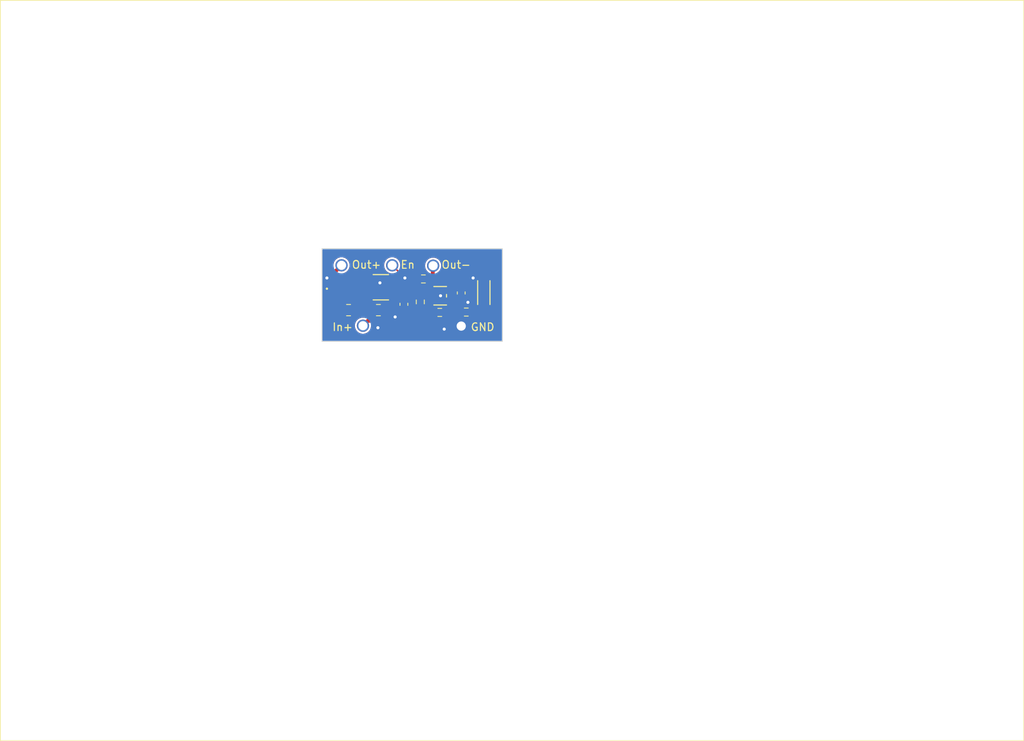
<source format=kicad_pcb>
(kicad_pcb (version 20221018) (generator pcbnew)
  (layers (0 "F.Cu" signal) (31 "B.Cu" signal) (34 "B.Paste" user) (35 "F.Paste" user) (36 "B.SilkS" user "B.Silkscreen") (37 "F.SilkS" user "F.Silkscreen") (38 "B.Mask" user) (39 "F.Mask" user) (44 "Edge.Cuts" user))
  (net 0 "")
  (net 1 "Net-(D1-Conn)")
  (net 2 "Net-(U2-V+)")
  (net 3 "Net-(D5-Conn)")
  (net 4 "Net-(U2-IN-)")
  (net 5 "Net-(D2-Conn)")
  (net 6 "Net-(D3-Conn)")
  (net 7 "Net-(U1-CB)")
  (net 8 "Net-(U1-SW)")
  (net 9 "Net-(D4-Conn)")
  (net 10 "Net-(U1-FB)")
  (footprint "ul_TLV9061IDCKR:DCK5_TEX" (layer "F.Cu") (at 120.8043 91.854251)
    (fp_text reference "U2" hide)
    (fp_text value "TLV9061IDCKR" hide)
    (fp_line (start -0.8255 1.2065) (end 0.8255 1.2065) (stroke (width 0.1524)) (layer "F.SilkS"))
    (fp_line (start 0.8255 -1.2065) (end -0.8255 -1.2065) (stroke (width 0.1524)) (layer "F.SilkS"))
    (fp_line (start 0.8255 0.164859) (end 0.8255 -0.164859) (stroke (width 0.1524)) (layer "F.SilkS"))
    (pad "1" smd rect (at -0.9652 -0.649999) (size 1.1684 0.3048) (layers "F.Cu" "F.Paste" "F.Mask") (net 3 "Net-(D5-Conn)"))
    (pad "2" smd rect (at -0.9652 0) (size 1.1684 0.3048) (layers "F.Cu" "F.Paste" "F.Mask") (net 1 "Net-(D1-Conn)"))
    (pad "3" smd rect (at -0.9652 0.649999) (size 1.1684 0.3048) (layers "F.Cu" "F.Paste" "F.Mask") (net 4 "Net-(U2-IN-)"))
    (pad "4" smd rect (at 0.9652 0.649999) (size 1.1684 0.3048) (layers "F.Cu" "F.Paste" "F.Mask") (net 10 "Net-(U1-FB)"))
    (pad "5" smd rect (at 0.9652 -0.649999) (size 1.1684 0.3048) (layers "F.Cu" "F.Paste" "F.Mask") (net 2 "Net-(U2-V+)"))
  )
  (footprint "Wire_holes:WireHole_1p2" (layer "F.Cu") (at 107.95 87.884)
    (fp_text reference "D4" hide)
    (fp_text value "WireHole_1p5" hide)
    (pad "1" thru_hole circle (at 0 0) (size 1.6 1.6) (drill 1.2) (layers "*.Cu" "*.Mask") (net 9 "Net-(D4-Conn)"))
  )
  (footprint "Wire_holes:WireHole_1p2" (layer "F.Cu") (at 123.5475 95.80625)
    (fp_text reference "D1" hide)
    (fp_text value "WireHole_1p5" hide)
    (pad "1" thru_hole circle (at 0 0) (size 1.6 1.6) (drill 1.2) (layers "*.Cu" "*.Mask") (net 1 "Net-(D1-Conn)"))
  )
  (footprint "Wire_holes:WireHole_1p2" (layer "F.Cu") (at 119.888 87.93225)
    (fp_text reference "D5" hide)
    (fp_text value "WireHole_1p5" hide)
    (pad "1" thru_hole circle (at 0 0) (size 1.6 1.6) (drill 1.2) (layers "*.Cu" "*.Mask") (net 3 "Net-(D5-Conn)"))
  )
  (footprint "Capacitor_SMD:C_0805_2012Metric_Pad1.18x1.45mm_HandSolder" (layer "F.Cu") (at 112.7545 93.726)
    (fp_text reference "C1" hide)
    (fp_text value "C" hide)
    (fp_line (start -0.261252 -0.735) (end 0.261252 -0.735) (stroke (width 0.12)) (layer "F.SilkS"))
    (fp_line (start -0.261252 0.735) (end 0.261252 0.735) (stroke (width 0.12)) (layer "F.SilkS"))
    (pad "1" smd roundrect (at -1.0375 0) (size 1.175 1.45) (layers "F.Cu" "F.Paste" "F.Mask") (roundrect_rratio 0.2127659574) (net 5 "Net-(D2-Conn)"))
    (pad "2" smd roundrect (at 1.0375 0) (size 1.175 1.45) (layers "F.Cu" "F.Paste" "F.Mask") (roundrect_rratio 0.2127659574) (net 1 "Net-(D1-Conn)"))
  )
  (footprint "Capacitor_SMD:C_0603_1608Metric_Pad1.08x0.95mm_HandSolder" (layer "F.Cu") (at 123.5475 91.48825 -90)
    (fp_text reference "C4" hide)
    (fp_text value "C" hide)
    (fp_line (start -0.146267 -0.51) (end 0.146267 -0.51) (stroke (width 0.12)) (layer "F.SilkS"))
    (fp_line (start -0.146267 0.51) (end 0.146267 0.51) (stroke (width 0.12)) (layer "F.SilkS"))
    (pad "1" smd roundrect (at -0.8625 0 270) (size 1.075 0.95) (layers "F.Cu" "F.Paste" "F.Mask") (net 2 "Net-(U2-V+)"))
    (pad "2" smd roundrect (at 0.8625 0 270) (size 1.075 0.95) (layers "F.Cu" "F.Paste" "F.Mask") (net 1 "Net-(D1-Conn)"))
  )
  (footprint "Capacitor_SMD:C_0805_2012Metric_Pad1.18x1.45mm_HandSolder" (layer "F.Cu") (at 108.8655 93.726)
    (fp_text reference "C3" hide)
    (fp_text value "C" hide)
    (fp_line (start -0.261252 -0.735) (end 0.261252 -0.735) (stroke (width 0.12)) (layer "F.SilkS"))
    (fp_line (start -0.261252 0.735) (end 0.261252 0.735) (stroke (width 0.12)) (layer "F.SilkS"))
    (pad "1" smd roundrect (at -1.0375 0) (size 1.175 1.45) (layers "F.Cu" "F.Paste" "F.Mask") (roundrect_rratio 0.2127659574) (net 9 "Net-(D4-Conn)"))
    (pad "2" smd roundrect (at 1.0375 0) (size 1.175 1.45) (layers "F.Cu" "F.Paste" "F.Mask") (roundrect_rratio 0.2127659574) (net 1 "Net-(D1-Conn)"))
  )
  (footprint "Capacitor_SMD:C_0603_1608Metric_Pad1.08x0.95mm_HandSolder" (layer "F.Cu") (at 116.078 92.964 -90)
    (fp_text reference "C2" hide)
    (fp_text value "C" hide)
    (fp_line (start -0.146267 -0.51) (end 0.146267 -0.51) (stroke (width 0.12)) (layer "F.SilkS"))
    (fp_line (start -0.146267 0.51) (end 0.146267 0.51) (stroke (width 0.12)) (layer "F.SilkS"))
    (pad "1" smd roundrect (at -0.8625 0 270) (size 1.075 0.95) (layers "F.Cu" "F.Paste" "F.Mask") (net 7 "Net-(U1-CB)"))
    (pad "2" smd roundrect (at 0.8625 0 270) (size 1.075 0.95) (layers "F.Cu" "F.Paste" "F.Mask") (net 8 "Net-(U1-SW)"))
  )
  (footprint "MMSZ5228B:SOD123_DIO" (layer "F.Cu") (at 126.492 91.44 -90)
    (fp_text reference "CR1" hide)
    (fp_text value "MMSZ5228B-7-F" hide)
    (fp_line (start -1.552 0.802) (end 1.552 0.802) (stroke (width 0.1524)) (layer "F.SilkS"))
    (fp_line (start 1.552 -0.802) (end -1.552 -0.802) (stroke (width 0.1524)) (layer "F.SilkS"))
    (pad "1" smd rect (at -1.725 0 270) (size 1.1112 0.6008) (layers "F.Cu" "F.Paste" "F.Mask") (net 2 "Net-(U2-V+)"))
    (pad "2" smd rect (at 1.725 0 270) (size 1.1112 0.6008) (layers "F.Cu" "F.Paste" "F.Mask") (net 1 "Net-(D1-Conn)"))
  )
  (footprint "Wire_holes:WireHole_1p2" (layer "F.Cu") (at 110.744 95.758)
    (fp_text reference "D2" hide)
    (fp_text value "WireHole_1p5" hide)
    (pad "1" thru_hole circle (at 0 0) (size 1.6 1.6) (drill 1.2) (layers "*.Cu" "*.Mask") (net 5 "Net-(D2-Conn)"))
  )
  (footprint "Resistor_SMD:R_0603_1608Metric_Pad0.98x0.95mm_HandSolder" (layer "F.Cu") (at 118.618 89.662 180)
    (fp_text reference "R1" hide)
    (fp_text value "R" hide)
    (fp_line (start -0.254724 -0.5225) (end 0.254724 -0.5225) (stroke (width 0.12)) (layer "F.SilkS"))
    (fp_line (start -0.254724 0.5225) (end 0.254724 0.5225) (stroke (width 0.12)) (layer "F.SilkS"))
    (pad "1" smd roundrect (at -0.9125 0 180) (size 0.975 0.95) (layers "F.Cu" "F.Paste" "F.Mask") (net 3 "Net-(D5-Conn)"))
    (pad "2" smd roundrect (at 0.9125 0 180) (size 0.975 0.95) (layers "F.Cu" "F.Paste" "F.Mask") (net 1 "Net-(D1-Conn)"))
  )
  (footprint "Resistor_SMD:R_0603_1608Metric_Pad0.98x0.95mm_HandSolder" (layer "F.Cu") (at 124.206 93.98 180)
    (fp_text reference "R4" hide)
    (fp_text value "R" hide)
    (fp_line (start -0.254724 -0.5225) (end 0.254724 -0.5225) (stroke (width 0.12)) (layer "F.SilkS"))
    (fp_line (start -0.254724 0.5225) (end 0.254724 0.5225) (stroke (width 0.12)) (layer "F.SilkS"))
    (pad "1" smd roundrect (at -0.9125 0 180) (size 0.975 0.95) (layers "F.Cu" "F.Paste" "F.Mask") (net 2 "Net-(U2-V+)"))
    (pad "2" smd roundrect (at 0.9125 0 180) (size 0.975 0.95) (layers "F.Cu" "F.Paste" "F.Mask") (net 5 "Net-(D2-Conn)"))
  )
  (footprint "Wire_holes:WireHole_1p2" (layer "F.Cu") (at 114.554 87.884)
    (fp_text reference "D3" hide)
    (fp_text value "WireHole_1p5" hide)
    (pad "1" thru_hole circle (at 0 0) (size 1.6 1.6) (drill 1.2) (layers "*.Cu" "*.Mask") (net 6 "Net-(D3-Conn)"))
  )
  (footprint "Resistor_SMD:R_0603_1608Metric_Pad0.98x0.95mm_HandSolder" (layer "F.Cu") (at 120.7535 94.02825)
    (fp_text reference "R2" hide)
    (fp_text value "R" hide)
    (fp_line (start -0.254724 -0.5225) (end 0.254724 -0.5225) (stroke (width 0.12)) (layer "F.SilkS"))
    (fp_line (start -0.254724 0.5225) (end 0.254724 0.5225) (stroke (width 0.12)) (layer "F.SilkS"))
    (pad "1" smd roundrect (at -0.9125 0) (size 0.975 0.95) (layers "F.Cu" "F.Paste" "F.Mask") (net 4 "Net-(U2-IN-)"))
    (pad "2" smd roundrect (at 0.9125 0) (size 0.975 0.95) (layers "F.Cu" "F.Paste" "F.Mask") (net 10 "Net-(U1-FB)"))
  )
  (footprint "Resistor_SMD:R_0603_1608Metric_Pad0.98x0.95mm_HandSolder" (layer "F.Cu") (at 118.2135 92.65475 -90)
    (fp_text reference "R3" hide)
    (fp_text value "R" hide)
    (fp_line (start -0.254724 -0.5225) (end 0.254724 -0.5225) (stroke (width 0.12)) (layer "F.SilkS"))
    (fp_line (start -0.254724 0.5225) (end 0.254724 0.5225) (stroke (width 0.12)) (layer "F.SilkS"))
    (pad "1" smd roundrect (at -0.9125 0 270) (size 0.975 0.95) (layers "F.Cu" "F.Paste" "F.Mask") (net 1 "Net-(D1-Conn)"))
    (pad "2" smd roundrect (at 0.9125 0 270) (size 0.975 0.95) (layers "F.Cu" "F.Paste" "F.Mask") (net 4 "Net-(U2-IN-)"))
  )
  (footprint "ul_VLS3012HBX-3R3M:IND_VLS3012HBX-3R3M_TDK" (layer "F.Cu") (at 108.8655 90.932)
    (fp_text reference "L1" hide)
    (fp_text value "VLS3012HBX-3R3M" hide)
    (fp_circle (center -2.8194 0) (end -2.7432 0) (stroke (width 0.1524)) (fill none) (layer "F.SilkS"))
    (pad "1" smd rect (at -0.9271 0 90) (size 3.0988 1.5494) (layers "F.Cu" "F.Paste" "F.Mask") (net 9 "Net-(D4-Conn)"))
    (pad "2" smd rect (at 0.9271 0 90) (size 3.0988 1.5494) (layers "F.Cu" "F.Paste" "F.Mask") (net 8 "Net-(U1-SW)"))
    (zone (net 0) (net_name "") (layer "F.Cu") (connect_pads (clearance 0)) (min_thickness 0.254)
      (keepout (tracks not_allowed) (vias not_allowed) (pads allowed) (copperpour not_allowed) (footprints allowed))
      (fill (thermal_gap 0.508) (thermal_bridge_width 0.508))
      (polygon (pts (xy 107.3669 89.4334) (xy 110.3641 89.4334) (xy 110.3641 89.3318) (xy 107.3669 89.3318)))
    )
    (zone (net 0) (net_name "") (layer "F.Cu") (connect_pads (clearance 0)) (min_thickness 0.254)
      (keepout (tracks not_allowed) (vias not_allowed) (pads allowed) (copperpour not_allowed) (footprints allowed))
      (fill (thermal_gap 0.508) (thermal_bridge_width 0.508))
      (polygon (pts (xy 107.3669 92.5322) (xy 110.3641 92.5322) (xy 110.3641 92.4306) (xy 107.3669 92.4306)))
    )
    (zone (net 0) (net_name "") (layer "F.Cu") (connect_pads (clearance 0)) (min_thickness 0.254)
      (keepout (tracks not_allowed) (vias not_allowed) (pads allowed) (copperpour not_allowed) (footprints allowed))
      (fill (thermal_gap 0.508) (thermal_bridge_width 0.508))
      (polygon (pts (xy 108.7639 89.3318) (xy 108.9671 89.3318) (xy 108.9671 92.5322) (xy 108.7639 92.5322)))
    )
  )
  (footprint "ul_LMR51420XDDCR:SOT23_DDC_TEX" (layer "F.Cu") (at 113.07555 90.743999)
    (fp_text reference "U1" hide)
    (fp_text value "LMR51420XDDCR" hide)
    (fp_line (start -1.0033 1.651) (end 1.0033 1.651) (stroke (width 0.1524)) (layer "F.SilkS"))
    (fp_line (start 1.0033 -1.651) (end -1.0033 -1.651) (stroke (width 0.1524)) (layer "F.SilkS"))
    (pad "1" smd rect (at -1.37795 -0.950001) (size 1.0033 0.5588) (layers "F.Cu" "F.Paste" "F.Mask") (net 1 "Net-(D1-Conn)"))
    (pad "2" smd rect (at -1.37795 0) (size 1.0033 0.5588) (layers "F.Cu" "F.Paste" "F.Mask") (net 8 "Net-(U1-SW)"))
    (pad "3" smd rect (at -1.37795 0.950001) (size 1.0033 0.5588) (layers "F.Cu" "F.Paste" "F.Mask") (net 5 "Net-(D2-Conn)"))
    (pad "4" smd rect (at 1.37795 0.950001) (size 1.0033 0.5588) (layers "F.Cu" "F.Paste" "F.Mask") (net 10 "Net-(U1-FB)"))
    (pad "5" smd rect (at 1.37795 0) (size 1.0033 0.5588) (layers "F.Cu" "F.Paste" "F.Mask") (net 6 "Net-(D3-Conn)"))
    (pad "6" smd rect (at 1.37795 -0.950001) (size 1.0033 0.5588) (layers "F.Cu" "F.Paste" "F.Mask") (net 7 "Net-(U1-CB)"))
  )
  (gr_line (start 63.5 53.34) (end 196.85 53.34) (stroke (width 0.1)) (layer "F.SilkS"))
  (gr_line (start 196.85 149.86) (end 63.5 149.86) (stroke (width 0.1)) (layer "F.SilkS"))
  (gr_line (start 196.85 53.34) (end 196.85 149.86) (stroke (width 0.1)) (layer "F.SilkS"))
  (gr_line (start 63.5 149.86) (end 63.5 53.34) (stroke (width 0.1)) (layer "F.SilkS"))
  (gr_line (start 105.41 97.79) (end 105.41 85.725) (stroke (width 0.1)) (layer "Edge.Cuts"))
  (gr_line (start 128.905 97.79) (end 105.41 97.79) (stroke (width 0.1)) (layer "Edge.Cuts"))
  (gr_line (start 105.41 85.725) (end 128.905 85.725) (stroke (width 0.1)) (layer "Edge.Cuts"))
  (gr_line (start 128.905 85.725) (end 128.905 97.79) (stroke (width 0.1)) (layer "Edge.Cuts"))
  (gr_text "LMR51420" (at 113.03 97.155) (layer "F.Cu") (effects (font (size 1 1)) (justify left bottom)))
  (gr_text "In+" (at 106.68 96.52) (layer "F.SilkS") (effects (font (size 1 1)) (justify left bottom)))
  (gr_text "En\n" (at 115.57 88.392) (layer "F.SilkS") (effects (font (size 1 1)) (justify left bottom)))
  (gr_text "GND" (at 124.714 96.52) (layer "F.SilkS") (effects (font (size 1 1)) (justify left bottom)))
  (gr_text "Out-" (at 120.904 88.392) (layer "F.SilkS") (effects (font (size 1 1)) (justify left bottom)))
  (gr_text "Out+" (at 109.22 88.392) (layer "F.SilkS") (effects (font (size 1 1)) (justify left bottom)))
  (via (at 125.095 89.535) (size 0.8) (drill 0.4) (layers "F.Cu" "B.Cu") (net 1))
  (via (at 121.330883 96.2035) (size 0.8) (drill 0.4) (layers "F.Cu" "B.Cu") (net 1))
  (via (at 112.952376 90.170674) (size 0.8) (drill 0.4) (layers "F.Cu" "B.Cu") (net 1))
  (via (at 114.935 94.615) (size 0.8) (drill 0.4) (layers "F.Cu" "B.Cu") (net 1))
  (via (at 112.688679 96.02118) (size 0.8) (drill 0.4) (layers "F.Cu" "B.Cu") (net 1))
  (via (at 106.045 89.535) (size 0.8) (drill 0.4) (layers "F.Cu" "B.Cu") (net 1))
  (via (at 124.419 92.71) (size 0.8) (drill 0.4) (layers "F.Cu" "B.Cu") (net 1))
  (via (at 120.851364 91.853966) (size 0.8) (drill 0.4) (layers "F.Cu" "B.Cu") (net 1))
  (via (at 116.205 89.535) (size 0.8) (drill 0.4) (layers "F.Cu" "B.Cu") (net 1))
  (segment (start 123.5475 90.62575) (end 123.648 90.52525) (width 0.25) (layer "F.Cu") (net 2))
  (segment (start 121.666 90.72625) (end 121.666 91.100752) (width 0.25) (layer "F.Cu") (net 2))
  (segment (start 123.648 90.52525) (end 124.968 90.52525) (width 0.25) (layer "F.Cu") (net 2))
  (segment (start 121.666 91.100752) (end 121.7695 91.204252) (width 0.25) (layer "F.Cu") (net 2))
  (segment (start 124.968 90.52525) (end 125.68175 90.52525) (width 0.25) (layer "F.Cu") (net 2))
  (segment (start 125.1185 93.98) (end 125.1185 90.67575) (width 0.2) (layer "F.Cu") (net 2))
  (segment (start 125.1185 90.67575) (end 124.968 90.52525) (width 0.2) (layer "F.Cu") (net 2))
  (segment (start 125.68175 90.52525) (end 126.492 89.715) (width 0.25) (layer "F.Cu") (net 2))
  (segment (start 121.7665 90.62575) (end 121.666 90.72625) (width 0.25) (layer "F.Cu") (net 2))
  (segment (start 123.5475 90.62575) (end 121.7665 90.62575) (width 0.25) (layer "F.Cu") (net 2))
  (segment (start 119.8391 87.98115) (end 119.888 87.93225) (width 0.5) (layer "F.Cu") (net 3))
  (segment (start 119.8391 91.204252) (end 119.8391 87.98115) (width 0.5) (layer "F.Cu") (net 3))
  (segment (start 119.841 94.02825) (end 117.9595 94.02825) (width 0.25) (layer "F.Cu") (net 4))
  (segment (start 119.841 92.50615) (end 119.8391 92.50425) (width 0.25) (layer "F.Cu") (net 4))
  (segment (start 119.841 94.02825) (end 119.841 92.50615) (width 0.25) (layer "F.Cu") (net 4))
  (segment (start 113.54125 95.25325) (end 111.50925 95.25325) (width 0.2) (layer "F.Cu") (net 5))
  (segment (start 111.892 91.8884) (end 111.6976 91.694) (width 0.5) (layer "F.Cu") (net 5))
  (segment (start 110.744 95.758) (end 111.379 95.123) (width 0.5) (layer "F.Cu") (net 5))
  (segment (start 111.892 94.61) (end 111.892 93.726) (width 0.5) (layer "F.Cu") (net 5))
  (segment (start 123.2935 93.98) (end 121.7695 95.504) (width 0.2) (layer "F.Cu") (net 5))
  (segment (start 121.7695 95.504) (end 113.792 95.504) (width 0.2) (layer "F.Cu") (net 5))
  (segment (start 113.792 95.504) (end 113.54125 95.25325) (width 0.2) (layer "F.Cu") (net 5))
  (segment (start 111.379 95.123) (end 111.892 94.61) (width 0.5) (layer "F.Cu") (net 5))
  (segment (start 111.892 93.726) (end 111.892 91.8884) (width 0.5) (layer "F.Cu") (net 5))
  (segment (start 111.50925 95.25325) (end 111.379 95.123) (width 0.2) (layer "F.Cu") (net 5))
  (segment (start 115.316 88.646) (end 114.554 87.884) (width 0.2) (layer "F.Cu") (net 6))
  (segment (start 115.316 90.583149) (end 115.316 88.646) (width 0.2) (layer "F.Cu") (net 6))
  (segment (start 114.4535 90.743999) (end 115.15515 90.743999) (width 0.2) (layer "F.Cu") (net 6))
  (segment (start 115.15515 90.743999) (end 115.316 90.583149) (width 0.2) (layer "F.Cu") (net 6))
  (segment (start 113.65185 92.2734) (end 113.65185 90.164599) (width 0.2) (layer "F.Cu") (net 7))
  (segment (start 114.022451 89.793998) (end 114.4535 89.793998) (width 0.2) (layer "F.Cu") (net 7))
  (segment (start 115.9061 92.2734) (end 113.65185 92.2734) (width 0.2) (layer "F.Cu") (net 7))
  (segment (start 116.078 92.1015) (end 115.9061 92.2734) (width 0.2) (layer "F.Cu") (net 7))
  (segment (start 113.65185 90.164599) (end 114.022451 89.793998) (width 0.2) (layer "F.Cu") (net 7))
  (segment (start 112.49925 91.686485) (end 112.49925 90.843999) (width 0.2) (layer "F.Cu") (net 8))
  (segment (start 109.980601 90.743999) (end 109.7926 90.932) (width 0.5) (layer "F.Cu") (net 8))
  (segment (start 114.9525 92.701) (end 113.513765 92.701) (width 0.2) (layer "F.Cu") (net 8))
  (segment (start 116.078 93.8265) (end 114.9525 92.701) (width 0.2) (layer "F.Cu") (net 8))
  (segment (start 111.6976 90.743999) (end 109.980601 90.743999) (width 0.5) (layer "F.Cu") (net 8))
  (segment (start 112.49925 90.843999) (end 112.39925 90.743999) (width 0.2) (layer "F.Cu") (net 8))
  (segment (start 112.39925 90.743999) (end 111.6976 90.743999) (width 0.2) (layer "F.Cu") (net 8))
  (segment (start 113.513765 92.701) (end 112.49925 91.686485) (width 0.2) (layer "F.Cu") (net 8))
  (segment (start 107.1169 93.0149) (end 107.828 93.726) (width 0.5) (layer "F.Cu") (net 9))
  (segment (start 107.1169 92.327046) (end 107.1169 93.0149) (width 0.5) (layer "F.Cu") (net 9))
  (segment (start 107.9384 92.1806) (end 107.263346 92.1806) (width 0.5) (layer "F.Cu") (net 9))
  (segment (start 107.9384 90.932) (end 107.9384 90.358454) (width 0.5) (layer "F.Cu") (net 9))
  (segment (start 107.1169 89.536954) (end 107.1169 88.7171) (width 0.5) (layer "F.Cu") (net 9))
  (segment (start 107.263346 92.1806) (end 107.1169 92.327046) (width 0.5) (layer "F.Cu") (net 9))
  (segment (start 107.9384 90.932) (end 107.9384 92.1806) (width 0.5) (layer "F.Cu") (net 9))
  (segment (start 107.1169 88.7171) (end 107.95 87.884) (width 0.5) (layer "F.Cu") (net 9))
  (segment (start 107.9384 90.358454) (end 107.1169 89.536954) (width 0.5) (layer "F.Cu") (net 9))
  (segment (start 121.7695 93.32025) (end 121.7695 92.50425) (width 0.25) (layer "F.Cu") (net 10))
  (segment (start 117.94225 94.82825) (end 116.878 93.764) (width 0.25) (layer "F.Cu") (net 10))
  (segment (start 120.866 94.82825) (end 117.94225 94.82825) (width 0.25) (layer "F.Cu") (net 10))
  (segment (start 121.666 94.02825) (end 120.866 94.82825) (width 0.25) (layer "F.Cu") (net 10))
  (segment (start 116.495495 91.186) (end 115.660505 91.186) (width 0.25) (layer "F.Cu") (net 10))
  (segment (start 115.18786 91.658645) (end 114.488855 91.658645) (width 0.25) (layer "F.Cu") (net 10))
  (segment (start 116.878 91.568505) (end 116.495495 91.186) (width 0.25) (layer "F.Cu") (net 10))
  (segment (start 121.666 93.42375) (end 121.666 94.02825) (width 0.25) (layer "F.Cu") (net 10))
  (segment (start 115.660505 91.186) (end 115.18786 91.658645) (width 0.25) (layer "F.Cu") (net 10))
  (segment (start 121.666 93.42375) (end 121.7695 93.32025) (width 0.25) (layer "F.Cu") (net 10))
  (segment (start 114.488855 91.658645) (end 114.4535 91.694) (width 0.25) (layer "F.Cu") (net 10))
  (segment (start 116.878 93.764) (end 116.878 91.568505) (width 0.25) (layer "F.Cu") (net 10))
  (zone (net 1) (net_name "Net-(D1-Conn)") (layers "F&B.Cu") (connect_pads yes (clearance 0.25)) (min_thickness 0.25) (fill yes (thermal_gap 0.5) (thermal_bridge_width 0.5))
    (polygon (pts (xy 128.905 85.725) (xy 128.905 97.79) (xy 105.41 97.79) (xy 105.41 85.725)))
  )
)
</source>
